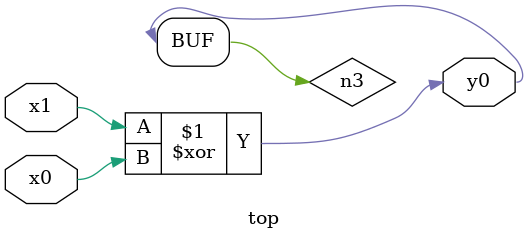
<source format=v>
module top( x0 , x1 , y0 );
  input x0 , x1 ;
  output y0 ;
  wire n3 ;
  assign n3 = x1 ^ x0 ;
  assign y0 = n3 ;
endmodule

</source>
